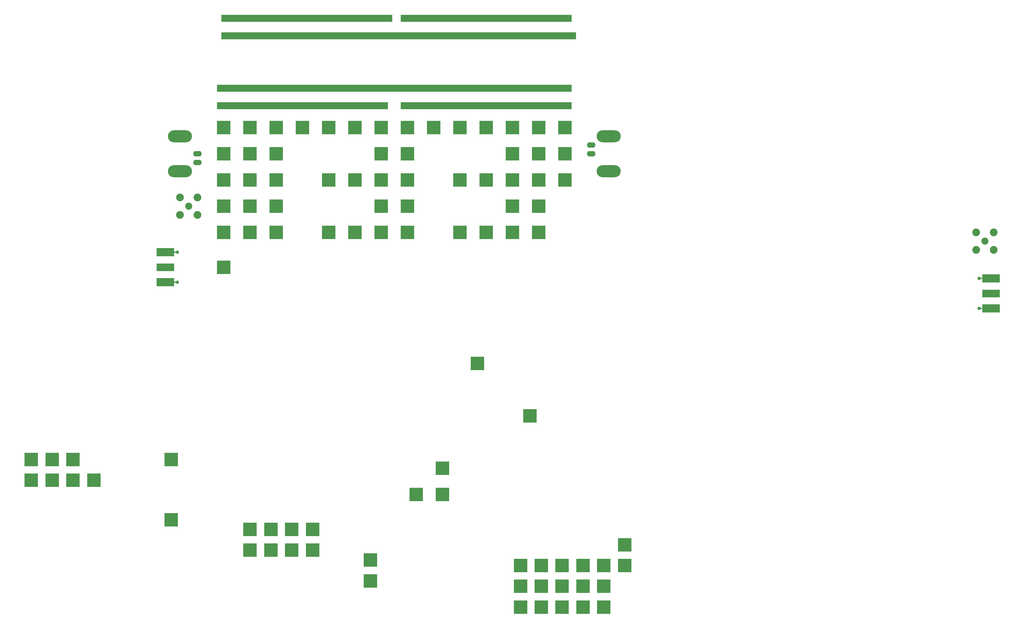
<source format=gbr>
G04 #@! TF.GenerationSoftware,KiCad,Pcbnew,(6.0.8-1)-1*
G04 #@! TF.CreationDate,2022-11-23T20:34:25+02:00*
G04 #@! TF.ProjectId,Proto Board RF v2-0,50726f74-6f20-4426-9f61-726420524620,rev?*
G04 #@! TF.SameCoordinates,Original*
G04 #@! TF.FileFunction,Copper,L1,Top*
G04 #@! TF.FilePolarity,Positive*
%FSLAX46Y46*%
G04 Gerber Fmt 4.6, Leading zero omitted, Abs format (unit mm)*
G04 Created by KiCad (PCBNEW (6.0.8-1)-1) date 2022-11-23 20:34:25*
%MOMM*%
%LPD*%
G01*
G04 APERTURE LIST*
G04 #@! TA.AperFunction,ComponentPad*
%ADD10O,2.500000X1.600000*%
G04 #@! TD*
G04 #@! TA.AperFunction,ComponentPad*
%ADD11O,7.000000X3.500000*%
G04 #@! TD*
G04 #@! TA.AperFunction,ComponentPad*
%ADD12C,2.050000*%
G04 #@! TD*
G04 #@! TA.AperFunction,ComponentPad*
%ADD13C,2.250000*%
G04 #@! TD*
G04 #@! TA.AperFunction,SMDPad,CuDef*
%ADD14R,5.080000X2.290000*%
G04 #@! TD*
G04 #@! TA.AperFunction,SMDPad,CuDef*
%ADD15R,5.080000X2.420000*%
G04 #@! TD*
G04 #@! TA.AperFunction,SMDPad,CuDef*
%ADD16R,0.950000X0.460000*%
G04 #@! TD*
G04 #@! TA.AperFunction,ComponentPad*
%ADD17C,0.970000*%
G04 #@! TD*
G04 #@! TA.AperFunction,SMDPad,CuDef*
%ADD18R,4.000000X4.000000*%
G04 #@! TD*
G04 #@! TA.AperFunction,SMDPad,CuDef*
%ADD19R,49.720000X2.000000*%
G04 #@! TD*
G04 #@! TA.AperFunction,SMDPad,CuDef*
%ADD20R,103.060000X2.000000*%
G04 #@! TD*
G04 APERTURE END LIST*
D10*
X198120000Y-91440000D03*
D11*
X203200000Y-96520000D03*
X203200000Y-86360000D03*
D10*
X198120000Y-88900000D03*
X83820000Y-91440000D03*
X83820000Y-93980000D03*
D11*
X78740000Y-96520000D03*
X78740000Y-86360000D03*
D12*
X312420000Y-116840000D03*
D13*
X309880000Y-119380000D03*
X314960000Y-119380000D03*
X309880000Y-114300000D03*
X314960000Y-114300000D03*
D12*
X81280000Y-106680000D03*
D13*
X78740000Y-109220000D03*
X78740000Y-104140000D03*
X83820000Y-109220000D03*
X83820000Y-104140000D03*
D14*
X314140000Y-132080000D03*
D15*
X314140000Y-127700000D03*
D16*
X311150000Y-127700000D03*
D15*
X314140000Y-136460000D03*
D16*
X311150000Y-136460000D03*
D17*
X310700000Y-127700000D03*
X310700000Y-136460000D03*
D14*
X74480000Y-124460000D03*
D16*
X77470000Y-128840000D03*
D17*
X77920000Y-128840000D03*
D15*
X74480000Y-120080000D03*
D17*
X77920000Y-120080000D03*
D15*
X74480000Y-128840000D03*
D16*
X77470000Y-120080000D03*
D18*
X190500000Y-91440000D03*
X91440000Y-91440000D03*
X165100000Y-152400000D03*
X91440000Y-106680000D03*
X180340000Y-167640000D03*
X91440000Y-124460000D03*
X106680000Y-106680000D03*
X106680000Y-114300000D03*
X91440000Y-114300000D03*
X99060000Y-106680000D03*
X137160000Y-106680000D03*
X137160000Y-91440000D03*
X154940000Y-190500000D03*
X137160000Y-114300000D03*
X144780000Y-114300000D03*
X167640000Y-99060000D03*
X154940000Y-182880000D03*
X175260000Y-106680000D03*
X182880000Y-106680000D03*
X129540000Y-99060000D03*
X137160000Y-99060000D03*
X76200000Y-197890000D03*
X167640000Y-114300000D03*
X182880000Y-114300000D03*
X190500000Y-83820000D03*
X91440000Y-83820000D03*
X144780000Y-91440000D03*
X175260000Y-114300000D03*
X134020000Y-209620000D03*
X99060000Y-83820000D03*
X152400000Y-83820000D03*
X114300000Y-83820000D03*
X144780000Y-99060000D03*
X134020000Y-215670000D03*
X99060000Y-91440000D03*
X106680000Y-83820000D03*
X160020000Y-83820000D03*
X121920000Y-83820000D03*
X144780000Y-106680000D03*
X99060000Y-99060000D03*
X106680000Y-91440000D03*
X177570000Y-211190000D03*
X167640000Y-83820000D03*
X129540000Y-83820000D03*
X175260000Y-91440000D03*
X106680000Y-99060000D03*
X177570000Y-217240000D03*
X183620000Y-211190000D03*
X175260000Y-83820000D03*
X137160000Y-83820000D03*
X175260000Y-99060000D03*
X177570000Y-223290000D03*
X183620000Y-217240000D03*
X189670000Y-211190000D03*
X182880000Y-83820000D03*
X144780000Y-83820000D03*
X182880000Y-91440000D03*
X183620000Y-223290000D03*
X189670000Y-217240000D03*
X195720000Y-211190000D03*
X190500000Y-99060000D03*
X182880000Y-99060000D03*
X189670000Y-223290000D03*
X195720000Y-217240000D03*
X201770000Y-211190000D03*
X207820000Y-205140000D03*
X195720000Y-223290000D03*
X201770000Y-217240000D03*
X207820000Y-211190000D03*
X201770000Y-223290000D03*
X121920000Y-114300000D03*
X160020000Y-99060000D03*
X121920000Y-99060000D03*
X76200000Y-180340000D03*
X99060000Y-114300000D03*
X129540000Y-114300000D03*
X147320000Y-190500000D03*
X91440000Y-99060000D03*
X35560000Y-180340000D03*
X35560000Y-186390000D03*
X41610000Y-180340000D03*
X41610000Y-186390000D03*
X47660000Y-180340000D03*
X47660000Y-186390000D03*
X160020000Y-114300000D03*
X53710000Y-186390000D03*
D19*
X167640000Y-77470000D03*
X114300000Y-77470000D03*
D18*
X99060000Y-200660000D03*
X99060000Y-206710000D03*
X105110000Y-200660000D03*
X105110000Y-206710000D03*
X111160000Y-200660000D03*
X111160000Y-206710000D03*
X117210000Y-200660000D03*
X117210000Y-206710000D03*
D19*
X115570000Y-52070000D03*
X167640000Y-52070000D03*
D20*
X140970000Y-72390000D03*
X142240000Y-57150000D03*
M02*

</source>
